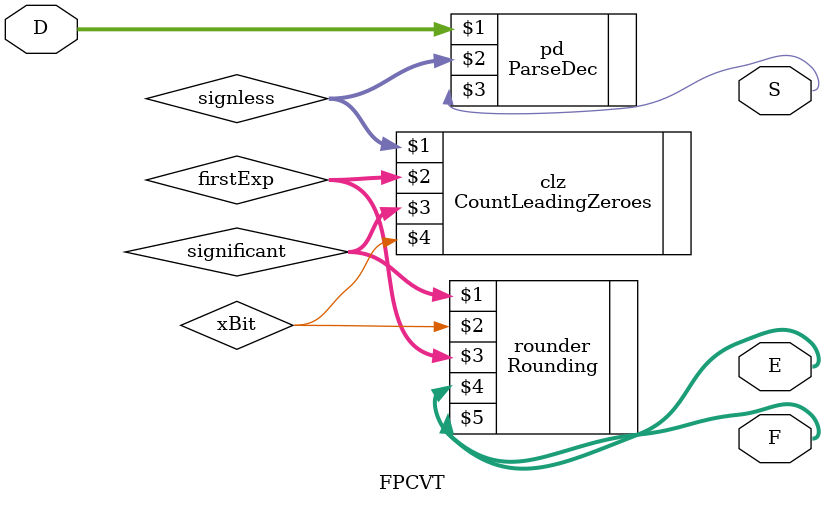
<source format=v>
module FPCVT(D, S, E, F);

input [11:0] D;
output S;
output [2:0] E;
output [3:0] F;


    wire [10:0] signless;
    wire [3:0] significant;
    wire [2:0] firstExp;
    wire xBit;

ParseDec pd(D, signless, S);
CountLeadingZeroes clz(signless, firstExp, significant, xBit);
Rounding rounder(significant, xBit, firstExp, E, F);

endmodule
</source>
